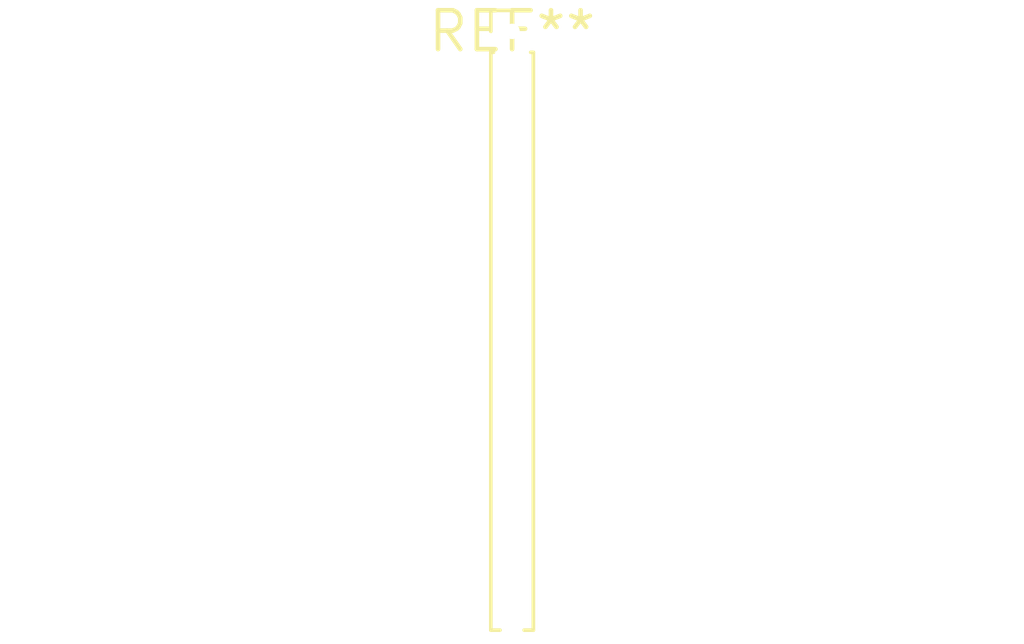
<source format=kicad_pcb>
(kicad_pcb (version 20240108) (generator pcbnew)
  (layers (0 "F.Cu" signal) (31 "B.Cu" signal) (34 "B.Paste" user) (35 "F.Paste" user) (36 "B.SilkS" user "B.Silkscreen") (37 "F.SilkS" user "F.Silkscreen") (38 "B.Mask" user) (39 "F.Mask" user) (44 "Edge.Cuts" user))
  (net 0 "")
  (footprint "PinHeader_1x20_P1.00mm_Vertical" (layer "F.Cu") (at 0 0)
    (property "Reference" "REF**")
    (property "Value" "PinHeader_1x20_P1.00mm_Vertical")
    (fp_line (start -0.695 -0.685) (end 0 -0.685) (layer "F.SilkS") (stroke (width 0.12)))
    (fp_line (start -0.695 0) (end -0.695 -0.685) (layer "F.SilkS") (stroke (width 0.12)))
    (fp_line (start -0.695 0.685) (end -0.695 19.56) (layer "F.SilkS") (stroke (width 0.12)))
    (fp_line (start -0.695 0.685) (end -0.608276 0.685) (layer "F.SilkS") (stroke (width 0.12)))
    (fp_line (start -0.695 19.56) (end -0.394493 19.56) (layer "F.SilkS") (stroke (width 0.12)))
    (fp_line (start 0.394493 19.56) (end 0.695 19.56) (layer "F.SilkS") (stroke (width 0.12)))
    (fp_line (start 0.608276 0.685) (end 0.695 0.685) (layer "F.SilkS") (stroke (width 0.12)))
    (fp_line (start 0.695 0.685) (end 0.695 19.56) (layer "F.SilkS") (stroke (width 0.12)))
    (pad "1" thru_hole rect (at 0 0) (size 0.85 0.85) (drill 0.5) (layers *.Cu *.Mask) (remove_unused_layers))
    (pad "2" thru_hole oval (at 0 1) (size 0.85 0.85) (drill 0.5) (layers *.Cu *.Mask) (remove_unused_layers))
    (pad "3" thru_hole oval (at 0 2) (size 0.85 0.85) (drill 0.5) (layers *.Cu *.Mask) (remove_unused_layers))
    (pad "4" thru_hole oval (at 0 3) (size 0.85 0.85) (drill 0.5) (layers *.Cu *.Mask) (remove_unused_layers))
    (pad "5" thru_hole oval (at 0 4) (size 0.85 0.85) (drill 0.5) (layers *.Cu *.Mask) (remove_unused_layers))
    (pad "6" thru_hole oval (at 0 5) (size 0.85 0.85) (drill 0.5) (layers *.Cu *.Mask) (remove_unused_layers))
    (pad "7" thru_hole oval (at 0 6) (size 0.85 0.85) (drill 0.5) (layers *.Cu *.Mask) (remove_unused_layers))
    (pad "8" thru_hole oval (at 0 7) (size 0.85 0.85) (drill 0.5) (layers *.Cu *.Mask) (remove_unused_layers))
    (pad "9" thru_hole oval (at 0 8) (size 0.85 0.85) (drill 0.5) (layers *.Cu *.Mask) (remove_unused_layers))
    (pad "10" thru_hole oval (at 0 9) (size 0.85 0.85) (drill 0.5) (layers *.Cu *.Mask) (remove_unused_layers))
    (pad "11" thru_hole oval (at 0 10) (size 0.85 0.85) (drill 0.5) (layers *.Cu *.Mask) (remove_unused_layers))
    (pad "12" thru_hole oval (at 0 11) (size 0.85 0.85) (drill 0.5) (layers *.Cu *.Mask) (remove_unused_layers))
    (pad "13" thru_hole oval (at 0 12) (size 0.85 0.85) (drill 0.5) (layers *.Cu *.Mask) (remove_unused_layers))
    (pad "14" thru_hole oval (at 0 13) (size 0.85 0.85) (drill 0.5) (layers *.Cu *.Mask) (remove_unused_layers))
    (pad "15" thru_hole oval (at 0 14) (size 0.85 0.85) (drill 0.5) (layers *.Cu *.Mask) (remove_unused_layers))
    (pad "16" thru_hole oval (at 0 15) (size 0.85 0.85) (drill 0.5) (layers *.Cu *.Mask) (remove_unused_layers))
    (pad "17" thru_hole oval (at 0 16) (size 0.85 0.85) (drill 0.5) (layers *.Cu *.Mask) (remove_unused_layers))
    (pad "18" thru_hole oval (at 0 17) (size 0.85 0.85) (drill 0.5) (layers *.Cu *.Mask) (remove_unused_layers))
    (pad "19" thru_hole oval (at 0 18) (size 0.85 0.85) (drill 0.5) (layers *.Cu *.Mask) (remove_unused_layers))
    (pad "20" thru_hole oval (at 0 19) (size 0.85 0.85) (drill 0.5) (layers *.Cu *.Mask) (remove_unused_layers))
  )
)
</source>
